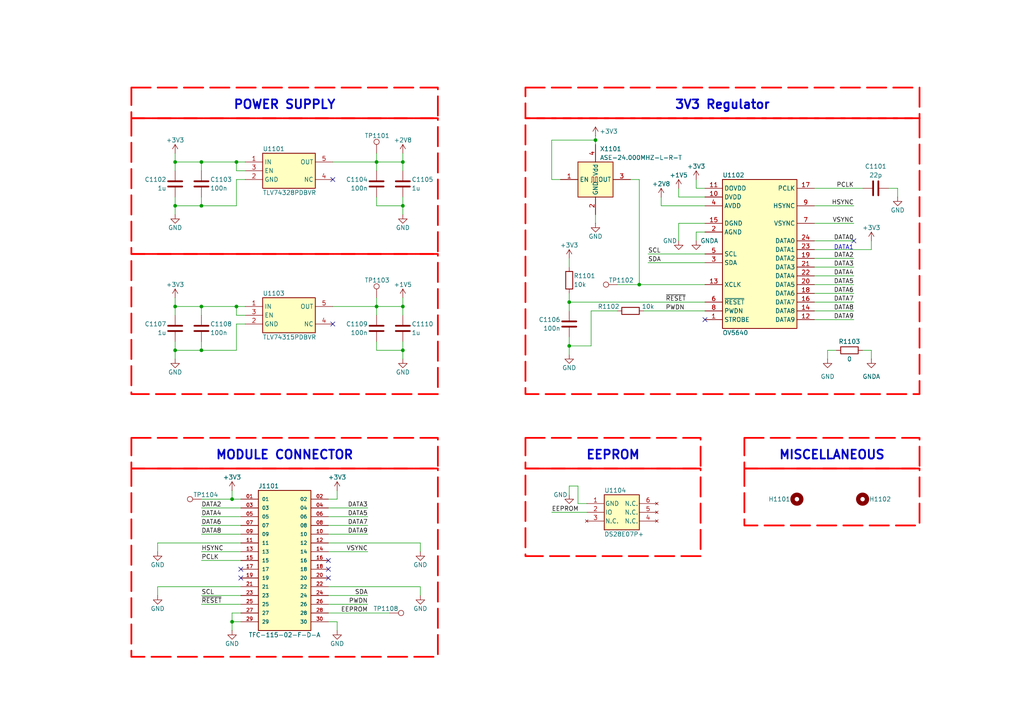
<source format=kicad_sch>
(kicad_sch (version 20231120) (generator "eeschema") (generator_version "8.0")
  (paper "A4")
  (title_block (title "Camera Module") (date "2024-04-09") (company "MQuero"))
  (lib_symbols
    (symbol "Connector:TestPoint" (pin_numbers hide) (pin_names (offset 0.762) hide)
      (property "Reference" "TP" (at 0 6.858 0))
      (property "Value" "TestPoint" (at 0 5.08 0))
      (symbol "TestPoint_0_1"
        (circle (center 0 3.302) (radius 0.762))
      )
      (symbol "TestPoint_1_1"
        (pin passive line (at 0 0 90) (length 2.54) (name "1") (number "1"))
      )
    )
    (symbol "Device:C" (pin_numbers hide) (pin_names (offset 0.254))
      (property "Reference" "C" (at 0.635 2.54 0))
      (property "Value" "C" (at 0.635 -2.54 0))
      (symbol "C_0_1"
        (polyline (pts (xy -2.032 -0.762) (xy 2.032 -0.762)) (stroke (width 0.508)))
        (polyline (pts (xy -2.032 0.762) (xy 2.032 0.762)) (stroke (width 0.508)))
      )
      (symbol "C_1_1"
        (pin passive line (at 0 3.81 270) (length 2.794) (name "~") (number "1"))
        (pin passive line (at 0 -3.81 90) (length 2.794) (name "~") (number "2"))
      )
    )
    (symbol "Device:R" (pin_numbers hide) (pin_names (offset 0))
      (property "Reference" "R" (at 2.032 0 90))
      (property "Value" "R" (at 0 0 90))
      (symbol "R_0_1"
        (rectangle (start -1.016 -2.54) (end 1.016 2.54) (stroke (width 0.254)))
      )
      (symbol "R_1_1"
        (pin passive line (at 0 3.81 270) (length 1.27) (name "~") (number "1"))
        (pin passive line (at 0 -3.81 90) (length 1.27) (name "~") (number "2"))
      )
    )
    (symbol "Mechanical:MountingHole" (pin_names (offset 1.016)) (exclude_from_sim yes) (in_bom no)
      (property "Reference" "H" (at 0 5.08 0))
      (property "Value" "MountingHole" (at 0 3.175 0))
      (symbol "MountingHole_0_1"
        (circle (center 0 0) (radius 1.27) (stroke (width 1.27)))
      )
    )
    (symbol "TFG:ASE-24.000MHZ-L-R-T"
      (property "Reference" "X" (at 0 1.27 0))
      (property "Value" "ASE-24.000MHZ-L-R-T" (at 6.35 -11.43 0))
      (symbol "ASE-24.000MHZ-L-R-T_0_1"
        (polyline (pts (xy 3.81 -5.842) (xy 4.064 -5.842) (xy 4.064 -4.318) (xy 4.572 -4.318) (xy 4.572 -5.842) (xy 5.08 -5.842) (xy 5.08 -4.318) (xy 5.588 -4.318) (xy 5.588 -5.842) (xy 5.842 -5.842)))
        (rectangle (start 0 0) (end 10.16 -10.16) (stroke (width 0.254)) (fill (type background)))
      )
      (symbol "ASE-24.000MHZ-L-R-T_1_1"
        (pin unspecified line (at -5.08 -5.08 0) (length 5.08) (name "EN") (number "1"))
        (pin unspecified line (at 5.08 -15.24 90) (length 5.08) (name "GND") (number "2"))
        (pin unspecified line (at 15.24 -5.08 180) (length 5.08) (name "OUT") (number "3"))
        (pin unspecified line (at 5.08 5.08 270) (length 5.08) (name "Vdd") (number "4"))
      )
    )
    (symbol "TFG:DS28E07P+" (pin_names (offset 0.254))
      (property "Reference" "U" (at 0 1.27 0))
      (property "Value" "DS28E07P+" (at 0 -11.43 0))
      (symbol "DS28E07P+_0_1"
        (rectangle (start 0 0) (end 10.16 -10.16) (stroke (width 0.254)) (fill (type background)))
      )
      (symbol "DS28E07P+_1_1"
        (pin unspecified line (at -5.08 -2.54 0) (length 5.08) (name "GND") (number "1"))
        (pin unspecified line (at -5.08 -5.08 0) (length 5.08) (name "IO") (number "2"))
        (pin no_connect line (at -5.08 -7.62 0) (length 5.08) (name "N.C.") (number "3"))
        (pin no_connect line (at 15.24 -7.62 180) (length 5.08) (name "N.C.") (number "4"))
        (pin no_connect line (at 15.24 -5.08 180) (length 5.08) (name "N.C.") (number "5"))
        (pin no_connect line (at 15.24 -2.54 180) (length 5.08) (name "N.C.") (number "6"))
      )
    )
    (symbol "TFG:OV5640"
      (property "Reference" "U" (at 0 1.27 0))
      (property "Value" "OV5640" (at 0 -44.45 0))
      (symbol "OV5640_1_1"
        (rectangle (start 0 0) (end 21.59 -43.18) (stroke (width 0.254)) (fill (type background)))
        (pin unspecified line (at -5.08 -40.64 0) (length 5.08) (name "STROBE") (number "1"))
        (pin unspecified line (at -5.08 -5.08 0) (length 5.08) (name "DVDD") (number "10"))
        (pin unspecified line (at -5.08 -2.54 0) (length 5.08) (name "DOVDD") (number "11"))
        (pin unspecified line (at 26.67 -40.64 180) (length 5.08) (name "DATA9") (number "12"))
        (pin unspecified line (at -5.08 -30.48 0) (length 5.08) (name "XCLK") (number "13"))
        (pin unspecified line (at 26.67 -38.1 180) (length 5.08) (name "DATA8") (number "14"))
        (pin unspecified line (at -5.08 -12.7 0) (length 5.08) (name "DGND") (number "15"))
        (pin unspecified line (at 26.67 -35.56 180) (length 5.08) (name "DATA7") (number "16"))
        (pin unspecified line (at 26.67 -2.54 180) (length 5.08) (name "PCLK") (number "17"))
        (pin unspecified line (at 26.67 -33.02 180) (length 5.08) (name "DATA6") (number "18"))
        (pin unspecified line (at 26.67 -22.86 180) (length 5.08) (name "DATA2") (number "19"))
        (pin unspecified line (at -5.08 -15.24 0) (length 5.08) (name "AGND") (number "2"))
        (pin unspecified line (at 26.67 -30.48 180) (length 5.08) (name "DATA5") (number "20"))
        (pin unspecified line (at 26.67 -25.4 180) (length 5.08) (name "DATA3") (number "21"))
        (pin unspecified line (at 26.67 -27.94 180) (length 5.08) (name "DATA4") (number "22"))
        (pin unspecified line (at 26.67 -20.32 180) (length 5.08) (name "DATA1") (number "23"))
        (pin unspecified line (at 26.67 -17.78 180) (length 5.08) (name "DATA0") (number "24"))
        (pin unspecified line (at -5.08 -24.13 0) (length 5.08) (name "SDA") (number "3"))
        (pin unspecified line (at -5.08 -7.62 0) (length 5.08) (name "AVDD") (number "4"))
        (pin unspecified line (at -5.08 -21.59 0) (length 5.08) (name "SCL") (number "5"))
        (pin unspecified line (at -5.08 -35.56 0) (length 5.08) (name "~{RESET}") (number "6"))
        (pin unspecified line (at 26.67 -12.7 180) (length 5.08) (name "VSYNC") (number "7"))
        (pin unspecified line (at -5.08 -38.1 0) (length 5.08) (name "PWDN") (number "8"))
        (pin unspecified line (at 26.67 -7.62 180) (length 5.08) (name "HSYNC") (number "9"))
      )
    )
    (symbol "TFG:TFC-115-02-F-D-A" (pin_names (offset 1.016))
      (property "Reference" "J" (at 0 1.27 0))
      (property "Value" "TFC-115-02-F-D-A" (at 0 -41.91 0))
      (symbol "TFC-115-02-F-D-A_0_0"
        (rectangle (start 0 0) (end 15.24 -40.64) (stroke (width 0.254)) (fill (type background)))
        (pin unspecified line (at -5.08 -2.54 0) (length 5.08) (name "01") (number "01"))
        (pin unspecified line (at 20.32 -2.54 180) (length 5.08) (name "02") (number "02"))
        (pin unspecified line (at -5.08 -5.08 0) (length 5.08) (name "03") (number "03"))
        (pin unspecified line (at 20.32 -5.08 180) (length 5.08) (name "04") (number "04"))
        (pin unspecified line (at -5.08 -7.62 0) (length 5.08) (name "05") (number "05"))
        (pin unspecified line (at 20.32 -7.62 180) (length 5.08) (name "06") (number "06"))
        (pin unspecified line (at -5.08 -10.16 0) (length 5.08) (name "07") (number "07"))
        (pin unspecified line (at 20.32 -10.16 180) (length 5.08) (name "08") (number "08"))
        (pin unspecified line (at -5.08 -12.7 0) (length 5.08) (name "09") (number "09"))
        (pin unspecified line (at 20.32 -12.7 180) (length 5.08) (name "10") (number "10"))
        (pin unspecified line (at -5.08 -15.24 0) (length 5.08) (name "11") (number "11"))
        (pin unspecified line (at 20.32 -15.24 180) (length 5.08) (name "12") (number "12"))
        (pin unspecified line (at -5.08 -17.78 0) (length 5.08) (name "13") (number "13"))
        (pin unspecified line (at 20.32 -17.78 180) (length 5.08) (name "14") (number "14"))
        (pin unspecified line (at -5.08 -20.32 0) (length 5.08) (name "15") (number "15"))
        (pin unspecified line (at 20.32 -20.32 180) (length 5.08) (name "16") (number "16"))
        (pin unspecified line (at -5.08 -22.86 0) (length 5.08) (name "17") (number "17"))
        (pin unspecified line (at 20.32 -22.86 180) (length 5.08) (name "18") (number "18"))
        (pin unspecified line (at -5.08 -25.4 0) (length 5.08) (name "19") (number "19"))
        (pin unspecified line (at 20.32 -25.4 180) (length 5.08) (name "20") (number "20"))
        (pin unspecified line (at -5.08 -27.94 0) (length 5.08) (name "21") (number "21"))
        (pin unspecified line (at 20.32 -27.94 180) (length 5.08) (name "22") (number "22"))
        (pin unspecified line (at -5.08 -30.48 0) (length 5.08) (name "23") (number "23"))
        (pin unspecified line (at 20.32 -30.48 180) (length 5.08) (name "24") (number "24"))
        (pin unspecified line (at -5.08 -33.02 0) (length 5.08) (name "25") (number "25"))
        (pin unspecified line (at 20.32 -33.02 180) (length 5.08) (name "26") (number "26"))
        (pin unspecified line (at -5.08 -35.56 0) (length 5.08) (name "27") (number "27"))
        (pin unspecified line (at 20.32 -35.56 180) (length 5.08) (name "28") (number "28"))
        (pin unspecified line (at -5.08 -38.1 0) (length 5.08) (name "29") (number "29"))
        (pin unspecified line (at 20.32 -38.1 180) (length 5.08) (name "30") (number "30"))
      )
    )
    (symbol "TFG:TLV74315PDBVR"
      (property "Reference" "U" (at 0 1.27 0))
      (property "Value" "TLV74315PDBVR" (at 0 -11.43 0))
      (symbol "TLV74315PDBVR_1_1"
        (rectangle (start 0 0) (end 15.24 -10.16) (stroke (width 0.254)) (fill (type background)))
        (pin unspecified line (at -5.08 -2.54 0) (length 5.08) (name "IN") (number "1"))
        (pin unspecified line (at -5.08 -7.62 0) (length 5.08) (name "GND") (number "2"))
        (pin unspecified line (at -5.08 -5.08 0) (length 5.08) (name "EN") (number "3"))
        (pin unspecified line (at 20.32 -7.62 180) (length 5.08) (name "NC") (number "4"))
        (pin unspecified line (at 20.32 -2.54 180) (length 5.08) (name "OUT") (number "5"))
      )
    )
    (symbol "TFG:TLV74328PDBVR"
      (property "Reference" "U" (at 0 1.27 0))
      (property "Value" "TLV74328PDBVR" (at 0 -11.43 0))
      (symbol "TLV74328PDBVR_1_1"
        (rectangle (start 0 0) (end 15.24 -10.16) (stroke (width 0.254)) (fill (type background)))
        (pin unspecified line (at -5.08 -2.54 0) (length 5.08) (name "IN") (number "1"))
        (pin unspecified line (at -5.08 -7.62 0) (length 5.08) (name "GND") (number "2"))
        (pin unspecified line (at -5.08 -5.08 0) (length 5.08) (name "EN") (number "3"))
        (pin unspecified line (at 20.32 -7.62 180) (length 5.08) (name "NC") (number "4"))
        (pin unspecified line (at 20.32 -2.54 180) (length 5.08) (name "OUT") (number "5"))
      )
    )
    (symbol "power:+1V5" (power) (pin_numbers hide) (pin_names (offset 0) hide)
      (property "Value" "+1V5" (at 0 3.556 0))
      (symbol "+1V5_0_1"
        (polyline (pts (xy -0.762 1.27) (xy 0 2.54)))
        (polyline (pts (xy 0 0) (xy 0 2.54)))
        (polyline (pts (xy 0 2.54) (xy 0.762 1.27)))
      )
      (symbol "+1V5_1_1"
        (pin power_in line (at 0 0 90) (length 0) (name "~") (number "1"))
      )
    )
    (symbol "power:+2V8" (power) (pin_numbers hide) (pin_names (offset 0) hide)
      (property "Value" "+2V8" (at 0 3.556 0))
      (symbol "+2V8_0_1"
        (polyline (pts (xy -0.762 1.27) (xy 0 2.54)))
        (polyline (pts (xy 0 0) (xy 0 2.54)))
        (polyline (pts (xy 0 2.54) (xy 0.762 1.27)))
      )
      (symbol "+2V8_1_1"
        (pin power_in line (at 0 0 90) (length 0) (name "~") (number "1"))
      )
    )
    (symbol "power:+3V3" (power) (pin_numbers hide) (pin_names (offset 0) hide)
      (property "Value" "+3V3" (at 0 3.556 0))
      (symbol "+3V3_0_1"
        (polyline (pts (xy -0.762 1.27) (xy 0 2.54)))
        (polyline (pts (xy 0 0) (xy 0 2.54)))
        (polyline (pts (xy 0 2.54) (xy 0.762 1.27)))
      )
      (symbol "+3V3_1_1"
        (pin power_in line (at 0 0 90) (length 0) (name "~") (number "1"))
      )
    )
    (symbol "power:GND" (power) (pin_numbers hide) (pin_names (offset 0) hide)
      (property "Value" "GND" (at 0 -3.81 0))
      (symbol "GND_0_1"
        (polyline (pts (xy 0 0) (xy 0 -1.27) (xy 1.27 -1.27) (xy 0 -2.54) (xy -1.27 -1.27) (xy 0 -1.27)))
      )
      (symbol "GND_1_1"
        (pin power_in line (at 0 0 270) (length 0) (name "~") (number "1"))
      )
    )
    (symbol "power:GNDA" (power) (pin_numbers hide) (pin_names (offset 0) hide)
      (property "Value" "GNDA" (at 0 -3.81 0))
      (symbol "GNDA_0_1"
        (polyline (pts (xy 0 0) (xy 0 -1.27) (xy 1.27 -1.27) (xy 0 -2.54) (xy -1.27 -1.27) (xy 0 -1.27)))
      )
      (symbol "GNDA_1_1"
        (pin power_in line (at 0 0 270) (length 0) (name "~") (number "1"))
      )
    )
  )
  (junction (at 116.84 59.69))
  (junction (at 116.84 101.6))
  (junction (at 50.8 101.6))
  (junction (at 185.42 82.55))
  (junction (at 109.22 46.99))
  (junction (at 67.31 180.34))
  (junction (at 58.42 101.6))
  (junction (at 165.1 87.63))
  (junction (at 165.1 100.33))
  (junction (at 68.58 46.99))
  (junction (at 50.8 88.9))
  (junction (at 58.42 46.99))
  (junction (at 50.8 59.69))
  (junction (at 116.84 46.99))
  (junction (at 67.31 144.78))
  (junction (at 58.42 59.69))
  (junction (at 50.8 46.99))
  (junction (at 116.84 88.9))
  (junction (at 58.42 88.9))
  (junction (at 68.58 88.9))
  (junction (at 109.22 88.9))
  (junction (at 172.72 40.64))
  (no_connect (at 95.25 167.64))
  (no_connect (at 247.65 69.85))
  (no_connect (at 95.25 162.56))
  (no_connect (at 96.52 52.07))
  (no_connect (at 204.47 92.71))
  (no_connect (at 69.85 167.64))
  (no_connect (at 96.52 93.98))
  (no_connect (at 95.25 165.1))
  (no_connect (at 69.85 165.1))
  (wire (pts (xy 165.1 100.33) (xy 171.45 100.33)))
  (wire (pts (xy 167.64 140.97) (xy 165.1 140.97)))
  (wire (pts (xy 71.12 52.07) (xy 68.58 52.07)))
  (wire (pts (xy 116.84 88.9) (xy 109.22 88.9)))
  (wire (pts (xy 50.8 46.99) (xy 50.8 49.53)))
  (wire (pts (xy 236.22 59.69) (xy 247.65 59.69)))
  (wire (pts (xy 160.02 40.64) (xy 160.02 52.07)))
  (wire (pts (xy 204.47 57.15) (xy 196.85 57.15)))
  (wire (pts (xy 204.47 64.77) (xy 196.85 64.77)))
  (wire (pts (xy 58.42 144.78) (xy 67.31 144.78)))
  (wire (pts (xy 67.31 180.34) (xy 69.85 180.34)))
  (wire (pts (xy 58.42 46.99) (xy 58.42 49.53)))
  (wire (pts (xy 116.84 99.06) (xy 116.84 101.6)))
  (wire (pts (xy 201.93 52.07) (xy 201.93 54.61)))
  (wire (pts (xy 50.8 101.6) (xy 50.8 104.14)))
  (wire (pts (xy 95.25 177.8) (xy 113.03 177.8)))
  (wire (pts (xy 97.79 180.34) (xy 95.25 180.34)))
  (wire (pts (xy 116.84 44.45) (xy 116.84 46.99)))
  (wire (pts (xy 68.58 46.99) (xy 68.58 49.53)))
  (wire (pts (xy 121.92 170.18) (xy 121.92 172.72)))
  (wire (pts (xy 50.8 46.99) (xy 58.42 46.99)))
  (wire (pts (xy 95.25 147.32) (xy 106.68 147.32)))
  (wire (pts (xy 58.42 175.26) (xy 69.85 175.26)))
  (wire (pts (xy 165.1 87.63) (xy 204.47 87.63)))
  (wire (pts (xy 260.35 54.61) (xy 260.35 57.15)))
  (wire (pts (xy 109.22 101.6) (xy 116.84 101.6)))
  (wire (pts (xy 95.25 152.4) (xy 106.68 152.4)))
  (wire (pts (xy 68.58 59.69) (xy 58.42 59.69)))
  (wire (pts (xy 196.85 64.77) (xy 196.85 69.85)))
  (wire (pts (xy 58.42 99.06) (xy 58.42 101.6)))
  (wire (pts (xy 236.22 69.85) (xy 247.65 69.85)))
  (wire (pts (xy 160.02 40.64) (xy 172.72 40.64)))
  (wire (pts (xy 69.85 170.18) (xy 45.72 170.18)))
  (wire (pts (xy 236.22 77.47) (xy 247.65 77.47)))
  (wire (pts (xy 116.84 57.15) (xy 116.84 59.69)))
  (wire (pts (xy 204.47 67.31) (xy 201.93 67.31)))
  (wire (pts (xy 196.85 57.15) (xy 196.85 54.61)))
  (wire (pts (xy 96.52 88.9) (xy 109.22 88.9)))
  (wire (pts (xy 191.77 57.15) (xy 191.77 59.69)))
  (wire (pts (xy 185.42 52.07) (xy 185.42 82.55)))
  (wire (pts (xy 58.42 147.32) (xy 69.85 147.32)))
  (wire (pts (xy 186.69 90.17) (xy 204.47 90.17)))
  (wire (pts (xy 252.73 101.6) (xy 252.73 104.14)))
  (wire (pts (xy 109.22 88.9) (xy 109.22 91.44)))
  (wire (pts (xy 67.31 180.34) (xy 67.31 182.88)))
  (wire (pts (xy 95.25 175.26) (xy 106.68 175.26)))
  (wire (pts (xy 236.22 74.93) (xy 247.65 74.93)))
  (wire (pts (xy 58.42 152.4) (xy 69.85 152.4)))
  (wire (pts (xy 50.8 88.9) (xy 50.8 91.44)))
  (wire (pts (xy 109.22 86.36) (xy 109.22 88.9)))
  (wire (pts (xy 68.58 52.07) (xy 68.58 59.69)))
  (wire (pts (xy 242.57 101.6) (xy 240.03 101.6)))
  (wire (pts (xy 58.42 101.6) (xy 50.8 101.6)))
  (wire (pts (xy 97.79 144.78) (xy 95.25 144.78)))
  (wire (pts (xy 58.42 88.9) (xy 68.58 88.9)))
  (wire (pts (xy 172.72 64.77) (xy 172.72 62.23)))
  (wire (pts (xy 236.22 87.63) (xy 247.65 87.63)))
  (wire (pts (xy 165.1 97.79) (xy 165.1 100.33)))
  (wire (pts (xy 68.58 46.99) (xy 71.12 46.99)))
  (wire (pts (xy 71.12 91.44) (xy 68.58 91.44)))
  (wire (pts (xy 252.73 72.39) (xy 236.22 72.39)))
  (wire (pts (xy 165.1 74.93) (xy 165.1 77.47)))
  (wire (pts (xy 67.31 180.34) (xy 67.31 177.8)))
  (wire (pts (xy 50.8 44.45) (xy 50.8 46.99)))
  (wire (pts (xy 191.77 59.69) (xy 204.47 59.69)))
  (wire (pts (xy 236.22 90.17) (xy 247.65 90.17)))
  (wire (pts (xy 240.03 101.6) (xy 240.03 104.14)))
  (wire (pts (xy 58.42 46.99) (xy 68.58 46.99)))
  (wire (pts (xy 187.96 76.2) (xy 204.47 76.2)))
  (wire (pts (xy 185.42 82.55) (xy 204.47 82.55)))
  (wire (pts (xy 45.72 157.48) (xy 45.72 160.02)))
  (wire (pts (xy 58.42 88.9) (xy 58.42 91.44)))
  (wire (pts (xy 71.12 93.98) (xy 68.58 93.98)))
  (wire (pts (xy 171.45 100.33) (xy 171.45 90.17)))
  (wire (pts (xy 58.42 149.86) (xy 69.85 149.86)))
  (wire (pts (xy 116.84 46.99) (xy 116.84 49.53)))
  (wire (pts (xy 170.18 146.05) (xy 167.64 146.05)))
  (wire (pts (xy 165.1 100.33) (xy 165.1 102.87)))
  (wire (pts (xy 50.8 57.15) (xy 50.8 59.69)))
  (wire (pts (xy 45.72 170.18) (xy 45.72 172.72)))
  (wire (pts (xy 201.93 67.31) (xy 201.93 69.85)))
  (wire (pts (xy 96.52 46.99) (xy 109.22 46.99)))
  (wire (pts (xy 171.45 90.17) (xy 179.07 90.17)))
  (wire (pts (xy 95.25 157.48) (xy 121.92 157.48)))
  (wire (pts (xy 160.02 148.59) (xy 170.18 148.59)))
  (wire (pts (xy 252.73 69.85) (xy 252.73 72.39)))
  (wire (pts (xy 50.8 86.36) (xy 50.8 88.9)))
  (wire (pts (xy 67.31 142.24) (xy 67.31 144.78)))
  (wire (pts (xy 58.42 162.56) (xy 69.85 162.56)))
  (wire (pts (xy 257.81 54.61) (xy 260.35 54.61)))
  (wire (pts (xy 97.79 180.34) (xy 97.79 182.88)))
  (wire (pts (xy 109.22 46.99) (xy 109.22 49.53)))
  (wire (pts (xy 162.56 52.07) (xy 160.02 52.07)))
  (wire (pts (xy 179.07 82.55) (xy 185.42 82.55)))
  (wire (pts (xy 69.85 157.48) (xy 45.72 157.48)))
  (wire (pts (xy 109.22 99.06) (xy 109.22 101.6)))
  (wire (pts (xy 167.64 146.05) (xy 167.64 140.97)))
  (wire (pts (xy 236.22 82.55) (xy 247.65 82.55)))
  (wire (pts (xy 68.58 101.6) (xy 58.42 101.6)))
  (wire (pts (xy 236.22 54.61) (xy 250.19 54.61)))
  (wire (pts (xy 250.19 101.6) (xy 252.73 101.6)))
  (wire (pts (xy 71.12 49.53) (xy 68.58 49.53)))
  (wire (pts (xy 67.31 177.8) (xy 69.85 177.8)))
  (wire (pts (xy 95.25 154.94) (xy 106.68 154.94)))
  (wire (pts (xy 165.1 140.97) (xy 165.1 143.51)))
  (wire (pts (xy 236.22 80.01) (xy 247.65 80.01)))
  (wire (pts (xy 165.1 87.63) (xy 165.1 90.17)))
  (wire (pts (xy 58.42 154.94) (xy 69.85 154.94)))
  (wire (pts (xy 50.8 59.69) (xy 50.8 62.23)))
  (wire (pts (xy 109.22 59.69) (xy 116.84 59.69)))
  (wire (pts (xy 116.84 88.9) (xy 116.84 91.44)))
  (wire (pts (xy 165.1 85.09) (xy 165.1 87.63)))
  (wire (pts (xy 95.25 149.86) (xy 106.68 149.86)))
  (wire (pts (xy 68.58 88.9) (xy 68.58 91.44)))
  (wire (pts (xy 236.22 64.77) (xy 247.65 64.77)))
  (wire (pts (xy 95.25 160.02) (xy 106.68 160.02)))
  (wire (pts (xy 121.92 157.48) (xy 121.92 160.02)))
  (wire (pts (xy 68.58 88.9) (xy 71.12 88.9)))
  (wire (pts (xy 67.31 144.78) (xy 69.85 144.78)))
  (wire (pts (xy 236.22 85.09) (xy 247.65 85.09)))
  (wire (pts (xy 68.58 93.98) (xy 68.58 101.6)))
  (wire (pts (xy 116.84 86.36) (xy 116.84 88.9)))
  (wire (pts (xy 236.22 92.71) (xy 247.65 92.71)))
  (wire (pts (xy 95.25 170.18) (xy 121.92 170.18)))
  (wire (pts (xy 58.42 57.15) (xy 58.42 59.69)))
  (wire (pts (xy 187.96 73.66) (xy 204.47 73.66)))
  (wire (pts (xy 95.25 172.72) (xy 106.68 172.72)))
  (wire (pts (xy 172.72 39.37) (xy 172.72 40.64)))
  (wire (pts (xy 97.79 142.24) (xy 97.79 144.78)))
  (wire (pts (xy 58.42 172.72) (xy 69.85 172.72)))
  (wire (pts (xy 109.22 44.45) (xy 109.22 46.99)))
  (wire (pts (xy 116.84 59.69) (xy 116.84 62.23)))
  (wire (pts (xy 58.42 59.69) (xy 50.8 59.69)))
  (wire (pts (xy 109.22 57.15) (xy 109.22 59.69)))
  (wire (pts (xy 116.84 46.99) (xy 109.22 46.99)))
  (wire (pts (xy 50.8 88.9) (xy 58.42 88.9)))
  (wire (pts (xy 172.72 40.64) (xy 172.72 41.91)))
  (wire (pts (xy 50.8 99.06) (xy 50.8 101.6)))
  (wire (pts (xy 185.42 52.07) (xy 182.88 52.07)))
  (wire (pts (xy 201.93 54.61) (xy 204.47 54.61)))
  (wire (pts (xy 58.42 160.02) (xy 69.85 160.02)))
  (wire (pts (xy 116.84 101.6) (xy 116.84 104.14)))
  (rectangle (start 215.9 127) (end 266.7 135.89) (stroke (width 0.508) (type dash) (color 255 0 0 1)))
  (rectangle (start 215.9 135.89) (end 266.7 152.4) (stroke (width 0.508) (type dash) (color 255 0 0 1)))
  (rectangle (start 38.1 73.66) (end 127 114.3) (stroke (width 0.508) (type dash) (color 255 0 0 1)))
  (rectangle (start 38.1 34.29) (end 127 73.66) (stroke (width 0.508) (type dash) (color 255 0 0 1)))
  (rectangle (start 38.1 135.89) (end 127 190.5) (stroke (width 0.508) (type dash) (color 255 0 0 1)))
  (rectangle (start 152.4 127) (end 203.2 135.89) (stroke (width 0.508) (type dash) (color 255 0 0 1)))
  (rectangle (start 152.4 135.89) (end 203.2 161.29) (stroke (width 0.508) (type dash) (color 255 0 0 1)))
  (rectangle (start 152.4 34.29) (end 266.7 114.3) (stroke (width 0.508) (type dash) (color 255 0 0 1)))
  (rectangle (start 38.1 127) (end 127 135.89) (stroke (width 0.508) (type dash) (color 255 0 0 1)))
  (rectangle (start 38.1 25.4) (end 127 34.29) (stroke (width 0.508) (type dash) (color 255 0 0 1)))
  (rectangle (start 152.4 25.4) (end 266.7 34.29) (stroke (width 0.508) (type dash) (color 255 0 0 1)))
  (text "MISCELLANEOUS" (at 241.3 132.08 0) (effects (font (size 2.54 2.54) (thickness 0.508) (bold yes))))
  (text "EEPROM" (at 177.8 132.08 0) (effects (font (size 2.54 2.54) (thickness 0.508) (bold yes))))
  (text "POWER SUPPLY" (at 82.55 30.48 0) (effects (font (size 2.54 2.54) (thickness 0.508) (bold yes))))
  (text "MODULE CONNECTOR" (at 82.55 132.08 0) (effects (font (size 2.54 2.54) (thickness 0.508) (bold yes))))
  (text "DATA1" (at 247.65 71.12 0) (effects (font (size 1.27 1.27)) (justify right top)))
  (text "3V3 Regulator" (at 209.55 30.48 0) (effects (font (size 2.54 2.54) (thickness 0.508) (bold yes))))
  (label "DATA2" (at 58.42 147.32 0))
  (label "DATA0" (at 247.65 69.85 180))
  (label "DATA9" (at 247.65 92.71 180))
  (label "DATA4" (at 247.65 80.01 180))
  (label "PWDN" (at 106.68 175.26 180))
  (label "VSYNC" (at 247.65 64.77 180))
  (label "SDA" (at 106.68 172.72 180))
  (label "EEPROM" (at 160.02 148.59 0))
  (label "PWDN" (at 193.04 90.17 0))
  (label "SDA" (at 187.96 76.2 0))
  (label "PCLK" (at 58.42 162.56 0))
  (label "DATA3" (at 106.68 147.32 180))
  (label "DATA7" (at 106.68 152.4 180))
  (label "~{RESET}" (at 193.04 87.63 0))
  (label "DATA5" (at 247.65 82.55 180))
  (label "DATA5" (at 106.68 149.86 180))
  (label "~{RESET}" (at 58.42 175.26 0))
  (label "DATA4" (at 58.42 149.86 0))
  (label "PCLK" (at 247.65 54.61 180))
  (label "DATA8" (at 58.42 154.94 0))
  (label "DATA6" (at 247.65 85.09 180))
  (label "EEPROM" (at 106.68 177.8 180))
  (label "DATA3" (at 247.65 77.47 180))
  (label "DATA9" (at 106.68 154.94 180))
  (label "DATA2" (at 247.65 74.93 180))
  (label "DATA6" (at 58.42 152.4 0))
  (label "DATA8" (at 247.65 90.17 180))
  (label "HSYNC" (at 58.42 160.02 0))
  (label "HSYNC" (at 247.65 59.69 180))
  (label "DATA7" (at 247.65 87.63 180))
  (label "VSYNC" (at 106.68 160.02 180))
  (label "SCL" (at 187.96 73.66 0))
  (label "SCL" (at 58.42 172.72 0))
  (symbol (lib_id "power:GNDA") (at 201.93 69.85 0) (unit 1)
    (property "Reference" "#PWR01112" (effects (hide yes)))
    (property "Value" "GNDA" (at 205.74 69.85 0))
    (property "Description" "Power symbol creates a global label with name \"GNDA\" , analog ground" (effects (hide yes)))
  )
  (symbol (lib_id "power:+2V8") (at 191.77 57.15 0) (unit 1)
    (property "Reference" "#PWR01106" (effects (hide yes)))
    (property "Value" "+2V8" (at 191.77 53.34 0))
    (property "Description" "Power symbol creates a global label with name \"+2V8\"" (effects (hide yes)))
  )
  (symbol (lib_id "power:GND") (at 45.72 160.02 0) (unit 1)
    (property "Reference" "#PWR01125" (effects (hide yes)))
    (property "Value" "GND" (at 45.72 163.83 0))
    (property "Description" "Power symbol creates a global label with name \"GND\" , ground" (effects (hide yes)))
  )
  (symbol (lib_id "power:GND") (at 116.84 104.14 0) (mirror y) (unit 1)
    (property "Reference" "#PWR01119" (effects (hide yes)))
    (property "Value" "GND" (at 116.84 107.95 0))
    (property "Description" "Power symbol creates a global label with name \"GND\" , ground" (effects (hide yes)))
  )
  (symbol (lib_id "power:+3V3") (at 252.73 69.85 0) (mirror y) (unit 1)
    (property "Reference" "#PWR01113" (effects (hide yes)))
    (property "Value" "+3V3" (at 252.73 66.04 0))
    (property "Description" "Power symbol creates a global label with name \"+3V3\"" (effects (hide yes)))
  )
  (symbol (lib_id "power:GND") (at 50.8 62.23 0) (unit 1)
    (property "Reference" "#PWR01109" (effects (hide yes)))
    (property "Value" "GND" (at 50.8 66.04 0))
    (property "Description" "Power symbol creates a global label with name \"GND\" , ground" (effects (hide yes)))
  )
  (symbol (lib_id "Connector:TestPoint") (at 58.42 144.78 90) (unit 1)
    (property "Reference" "TP1104" (at 59.69 143.51 90))
    (property "Value" "TestPoint" (effects (hide yes)))
    (property "Footprint" "TestPoint:TestPoint_Pad_D1.0mm" (effects (hide yes)))
    (property "Description" "test point" (effects (hide yes)))
  )
  (symbol (lib_id "power:GND") (at 116.84 62.23 0) (mirror y) (unit 1)
    (property "Reference" "#PWR01110" (effects (hide yes)))
    (property "Value" "GND" (at 116.84 66.04 0))
    (property "Description" "Power symbol creates a global label with name \"GND\" , ground" (effects (hide yes)))
  )
  (symbol (lib_id "power:+3V3") (at 172.72 39.37 0) (unit 1)
    (property "Reference" "#PWR01101" (effects (hide yes)))
    (property "Value" "+3V3" (at 176.53 38.1 0))
    (property "Description" "Power symbol creates a global label with name \"+3V3\"" (effects (hide yes)))
  )
  (symbol (lib_id "power:+1V5") (at 116.84 86.36 0) (unit 1)
    (property "Reference" "#PWR01116" (effects (hide yes)))
    (property "Value" "+1V5" (at 116.84 82.55 0))
    (property "Description" "Power symbol creates a global label with name \"+1V5\"" (effects (hide yes)))
  )
  (symbol (lib_id "Device:R") (at 246.38 101.6 90) (unit 1)
    (property "Reference" "R1103" (at 246.38 99.06 90))
    (property "Value" "0" (at 246.38 104.14 90))
    (property "Footprint" "Resistor_SMD:R_0402_1005Metric" (effects (hide yes)))
    (property "Description" "Resistor" (effects (hide yes)))
  )
  (symbol (lib_id "Device:C") (at 50.8 53.34 0) (mirror y) (unit 1)
    (property "Reference" "C1102" (at 48.26 52.07 0) (effects (justify left)))
    (property "Value" "1u" (at 48.26 54.6099 0) (effects (justify left)))
    (property "Footprint" "Capacitor_SMD:C_0402_1005Metric" (effects (hide yes)))
    (property "Description" "Unpolarized capacitor" (effects (hide yes)))
  )
  (symbol (lib_id "Connector:TestPoint") (at 109.22 86.36 0) (unit 1)
    (property "Reference" "TP1103" (at 113.03 81.28 0) (effects (justify right)))
    (property "Value" "TestPoint" (effects (hide yes)))
    (property "Footprint" "TestPoint:TestPoint_Pad_D1.0mm" (effects (hide yes)))
    (property "Description" "test point" (effects (hide yes)))
  )
  (symbol (lib_id "power:GND") (at 165.1 102.87 0) (mirror y) (unit 1)
    (property "Reference" "#PWR01117" (effects (hide yes)))
    (property "Value" "GND" (at 165.1 106.68 0))
    (property "Description" "Power symbol creates a global label with name \"GND\" , ground" (effects (hide yes)))
  )
  (symbol (lib_id "power:GND") (at 121.92 160.02 0) (mirror y) (unit 1)
    (property "Reference" "#PWR01126" (effects (hide yes)))
    (property "Value" "GND" (at 121.92 163.83 0))
    (property "Description" "Power symbol creates a global label with name \"GND\" , ground" (effects (hide yes)))
  )
  (symbol (lib_id "power:GND") (at 50.8 104.14 0) (unit 1)
    (property "Reference" "#PWR01118" (effects (hide yes)))
    (property "Value" "GND" (at 50.8 107.95 0))
    (property "Description" "Power symbol creates a global label with name \"GND\" , ground" (effects (hide yes)))
  )
  (symbol (lib_id "power:GND") (at 196.85 69.85 0) (unit 1)
    (property "Reference" "#PWR01111" (effects (hide yes)))
    (property "Value" "GND" (at 194.31 69.85 0))
    (property "Description" "Power symbol creates a global label with name \"GND\" , ground" (effects (hide yes)))
  )
  (symbol (lib_id "power:GND") (at 240.03 104.14 0) (unit 1)
    (property "Reference" "#PWR01120" (effects (hide yes)))
    (property "Value" "GND" (at 240.03 109.22 0))
    (property "Description" "Power symbol creates a global label with name \"GND\" , ground" (effects (hide yes)))
  )
  (symbol (lib_id "power:+2V8") (at 116.84 44.45 0) (unit 1)
    (property "Reference" "#PWR01103" (effects (hide yes)))
    (property "Value" "+2V8" (at 116.84 40.64 0))
    (property "Description" "Power symbol creates a global label with name \"+2V8\"" (effects (hide yes)))
  )
  (symbol (lib_id "power:GND") (at 45.72 172.72 0) (unit 1)
    (property "Reference" "#PWR01127" (effects (hide yes)))
    (property "Value" "GND" (at 45.72 176.53 0))
    (property "Description" "Power symbol creates a global label with name \"GND\" , ground" (effects (hide yes)))
  )
  (symbol (lib_id "power:GND") (at 165.1 143.51 0) (unit 1)
    (property "Reference" "#PWR01122" (effects (hide yes)))
    (property "Value" "GND" (at 162.56 143.51 0))
    (property "Description" "Power symbol creates a global label with name \"GND\" , ground" (effects (hide yes)))
  )
  (symbol (lib_id "power:+3V3") (at 97.79 142.24 0) (mirror y) (unit 1)
    (property "Reference" "#PWR01124" (effects (hide yes)))
    (property "Value" "+3V3" (at 97.79 138.43 0))
    (property "Description" "Power symbol creates a global label with name \"+3V3\"" (effects (hide yes)))
  )
  (symbol (lib_id "TFG:ASE-24.000MHZ-L-R-T") (at 167.64 46.99 0) (unit 1)
    (property "Reference" "X1101" (at 173.99 43.18 0) (effects (justify left)))
    (property "Value" "ASE-24.000MHZ-L-R-T" (at 173.99 45.72 0) (effects (justify left)))
    (property "Footprint" "TFG:ASE24576MHZLCT" (effects (hide yes)))
    (property "Datasheet" "https://abracon.com/Oscillators/ASEseries.pdf" (effects (hide yes)))
    (property "Description" "XTAL OSC XO 24.0000MHZ CMOS SMD" (effects (hide yes)))
    (property "MQ PN" "TFGX002 " (effects (hide yes)))
  )
  (symbol (lib_id "Mechanical:MountingHole") (at 250.19 144.78 0) (mirror y) (unit 1) (exclude_from_sim yes) (in_bom no)
    (property "Reference" "H1102" (at 255.27 144.78 0))
    (property "Value" "MountingHole" (effects (hide yes)))
    (property "Footprint" "MountingHole:MountingHole_2.2mm_M2" (effects (hide yes)))
    (property "Description" "Mounting Hole without connection" (effects (hide yes)))
  )
  (symbol (lib_id "Device:C") (at 116.84 95.25 0) (unit 1)
    (property "Reference" "C1110" (at 119.38 93.98 0) (effects (justify left)))
    (property "Value" "1u" (at 119.38 96.52 0) (effects (justify left)))
    (property "Footprint" "Capacitor_SMD:C_0402_1005Metric" (effects (hide yes)))
    (property "Description" "Unpolarized capacitor" (effects (hide yes)))
  )
  (symbol (lib_id "Device:R") (at 182.88 90.17 90) (mirror x) (unit 1)
    (property "Reference" "R1102" (at 176.53 88.9 90))
    (property "Value" "10k" (at 187.96 88.9 90))
    (property "Footprint" "Resistor_SMD:R_0402_1005Metric" (effects (hide yes)))
    (property "Description" "Resistor" (effects (hide yes)))
  )
  (symbol (lib_id "Connector:TestPoint") (at 109.22 44.45 0) (unit 1)
    (property "Reference" "TP1101" (at 113.03 39.37 0) (effects (justify right)))
    (property "Value" "TestPoint" (effects (hide yes)))
    (property "Footprint" "TestPoint:TestPoint_Pad_D1.0mm" (effects (hide yes)))
    (property "Description" "test point" (effects (hide yes)))
  )
  (symbol (lib_id "power:+3V3") (at 165.1 74.93 0) (unit 1)
    (property "Reference" "#PWR01114" (effects (hide yes)))
    (property "Value" "+3V3" (at 165.1 71.12 0))
    (property "Description" "Power symbol creates a global label with name \"+3V3\"" (effects (hide yes)))
  )
  (symbol (lib_id "Device:C") (at 58.42 95.25 0) (unit 1)
    (property "Reference" "C1108" (at 60.96 93.98 0) (effects (justify left)))
    (property "Value" "100n" (at 60.96 96.52 0) (effects (justify left)))
    (property "Footprint" "Capacitor_SMD:C_0402_1005Metric" (effects (hide yes)))
    (property "Description" "Unpolarized capacitor" (effects (hide yes)))
  )
  (symbol (lib_id "power:+1V5") (at 196.85 54.61 0) (unit 1)
    (property "Reference" "#PWR01105" (effects (hide yes)))
    (property "Value" "+1V5" (at 196.85 50.8 0))
    (property "Description" "Power symbol creates a global label with name \"+1V5\"" (effects (hide yes)))
  )
  (symbol (lib_id "TFG:TFC-115-02-F-D-A") (at 74.93 142.24 0) (unit 1)
    (property "Reference" "J1101" (at 74.93 140.97 0) (effects (justify left)))
    (property "Value" "TFC-115-02-F-D-A" (at 82.55 184.15 0))
    (property "Footprint" "TFG:TFC-115-02-F-D-A" (effects (hide yes)))
    (property "Datasheet" "https://suddendocs.samtec.com/catalog_english/tfc.pdf" (effects (hide yes)))
    (property "Description" "CONN HEADER SMD 30POS 1.27MM" (effects (hide yes)))
    (property "MQ PN" "TFGJ005 " (effects (hide yes)))
  )
  (symbol (lib_id "TFG:DS28E07P+") (at 175.26 143.51 0) (unit 1)
    (property "Reference" "U1104" (at 175.26 142.24 0) (effects (justify left)))
    (property "Value" "DS28E07P+" (at 175.26 154.94 0) (effects (justify left)))
    (property "Footprint" "TFG:DS28E07P+" (effects (hide yes)))
    (property "Datasheet" "https://www.analog.com/media/en/technical-documentation/data-sheets/DS28E07.pdf" (effects (hide yes)))
    (property "Description" "IC EEPROM 1KBIT 1-WIRE 6TSOC" (effects (hide yes)))
    (property "MQ PN" "TFGIC003" (effects (hide yes)))
  )
  (symbol (lib_id "Device:C") (at 109.22 53.34 0) (mirror y) (unit 1)
    (property "Reference" "C1104" (at 106.68 52.07 0) (effects (justify left)))
    (property "Value" "100n" (at 106.68 54.61 0) (effects (justify left)))
    (property "Footprint" "Capacitor_SMD:C_0402_1005Metric" (effects (hide yes)))
    (property "Description" "Unpolarized capacitor" (effects (hide yes)))
  )
  (symbol (lib_id "Device:R") (at 165.1 81.28 0) (unit 1)
    (property "Reference" "R1101" (at 166.37 80.01 0) (effects (justify left)))
    (property "Value" "10k" (at 166.37 82.55 0) (effects (justify left)))
    (property "Footprint" "Resistor_SMD:R_0402_1005Metric" (effects (hide yes)))
    (property "Description" "Resistor" (effects (hide yes)))
  )
  (symbol (lib_id "Device:C") (at 58.42 53.34 0) (unit 1)
    (property "Reference" "C1103" (at 60.96 52.07 0) (effects (justify left)))
    (property "Value" "100n" (at 60.96 54.61 0) (effects (justify left)))
    (property "Footprint" "Capacitor_SMD:C_0402_1005Metric" (effects (hide yes)))
    (property "Description" "Unpolarized capacitor" (effects (hide yes)))
  )
  (symbol (lib_id "power:+3V3") (at 67.31 142.24 0) (unit 1)
    (property "Reference" "#PWR01123" (effects (hide yes)))
    (property "Value" "+3V3" (at 67.31 138.43 0))
    (property "Description" "Power symbol creates a global label with name \"+3V3\"" (effects (hide yes)))
  )
  (symbol (lib_id "power:+3V3") (at 50.8 86.36 0) (unit 1)
    (property "Reference" "#PWR01115" (effects (hide yes)))
    (property "Value" "+3V3" (at 50.8 82.55 0))
    (property "Description" "Power symbol creates a global label with name \"+3V3\"" (effects (hide yes)))
  )
  (symbol (lib_id "power:GND") (at 121.92 172.72 0) (mirror y) (unit 1)
    (property "Reference" "#PWR01128" (effects (hide yes)))
    (property "Value" "GND" (at 121.92 176.53 0))
    (property "Description" "Power symbol creates a global label with name \"GND\" , ground" (effects (hide yes)))
  )
  (symbol (lib_id "Device:C") (at 109.22 95.25 0) (mirror y) (unit 1)
    (property "Reference" "C1109" (at 106.68 93.98 0) (effects (justify left)))
    (property "Value" "100n" (at 106.68 96.52 0) (effects (justify left)))
    (property "Footprint" "Capacitor_SMD:C_0402_1005Metric" (effects (hide yes)))
    (property "Description" "Unpolarized capacitor" (effects (hide yes)))
  )
  (symbol (lib_id "power:GND") (at 260.35 57.15 0) (unit 1)
    (property "Reference" "#PWR01107" (effects (hide yes)))
    (property "Value" "GND" (at 260.35 60.96 0))
    (property "Description" "Power symbol creates a global label with name \"GND\" , ground" (effects (hide yes)))
  )
  (symbol (lib_id "power:GND") (at 67.31 182.88 0) (unit 1)
    (property "Reference" "#PWR01129" (effects (hide yes)))
    (property "Value" "GND" (at 67.31 186.69 0))
    (property "Description" "Power symbol creates a global label with name \"GND\" , ground" (effects (hide yes)))
  )
  (symbol (lib_id "TFG:TLV74315PDBVR") (at 76.2 86.36 0) (unit 1)
    (property "Reference" "U1103" (at 76.2 85.09 0) (effects (justify left)))
    (property "Value" "TLV74315PDBVR" (at 76.2 97.79 0) (effects (justify left)))
    (property "Footprint" "TFG:TLV74315PDBVR" (effects (hide yes)))
    (property "Datasheet" "https://www.ti.com/general/docs/suppproductinfo.tsp?distId=10&gotoUrl=https%3A%2F%2Fwww.ti.com%2Flit%2Fgpn%2Ftlv743p" (effects (hide yes)))
    (property "Description" "IC REG LINEAR 1.5V 300MA SOT23-5 " (effects (hide yes)))
    (property "MQ PN" "TFGIC008" (effects (hide yes)))
  )
  (symbol (lib_id "Connector:TestPoint") (at 179.07 82.55 90) (unit 1)
    (property "Reference" "TP1102" (at 176.53 81.28 90) (effects (justify right)))
    (property "Value" "TestPoint" (effects (hide yes)))
    (property "Footprint" "TestPoint:TestPoint_Pad_D1.0mm" (effects (hide yes)))
    (property "Description" "test point" (effects (hide yes)))
  )
  (symbol (lib_id "Device:C") (at 116.84 53.34 0) (unit 1)
    (property "Reference" "C1105" (at 119.38 52.07 0) (effects (justify left)))
    (property "Value" "1u" (at 119.38 54.61 0) (effects (justify left)))
    (property "Footprint" "Capacitor_SMD:C_0402_1005Metric" (effects (hide yes)))
    (property "Description" "Unpolarized capacitor" (effects (hide yes)))
  )
  (symbol (lib_id "power:GNDA") (at 252.73 104.14 0) (unit 1)
    (property "Reference" "#PWR01121" (effects (hide yes)))
    (property "Value" "GNDA" (at 252.73 109.22 0))
    (property "Description" "Power symbol creates a global label with name \"GNDA\" , analog ground" (effects (hide yes)))
  )
  (symbol (lib_id "power:GND") (at 97.79 182.88 0) (mirror y) (unit 1)
    (property "Reference" "#PWR01130" (effects (hide yes)))
    (property "Value" "GND" (at 97.79 186.69 0))
    (property "Description" "Power symbol creates a global label with name \"GND\" , ground" (effects (hide yes)))
  )
  (symbol (lib_id "power:+3V3") (at 201.93 52.07 0) (unit 1)
    (property "Reference" "#PWR01104" (effects (hide yes)))
    (property "Value" "+3V3" (at 201.93 48.26 0))
    (property "Description" "Power symbol creates a global label with name \"+3V3\"" (effects (hide yes)))
  )
  (symbol (lib_id "Device:C") (at 50.8 95.25 0) (mirror y) (unit 1)
    (property "Reference" "C1107" (at 48.26 93.98 0) (effects (justify left)))
    (property "Value" "1u" (at 48.26 96.52 0) (effects (justify left)))
    (property "Footprint" "Capacitor_SMD:C_0402_1005Metric" (effects (hide yes)))
    (property "Description" "Unpolarized capacitor" (effects (hide yes)))
  )
  (symbol (lib_id "Connector:TestPoint") (at 113.03 177.8 270) (mirror x) (unit 1)
    (property "Reference" "TP1108" (at 115.57 176.53 90) (effects (justify right)))
    (property "Value" "TestPoint" (effects (hide yes)))
    (property "Footprint" "TestPoint:TestPoint_Pad_D1.0mm" (effects (hide yes)))
    (property "Description" "test point" (effects (hide yes)))
  )
  (symbol (lib_id "TFG:OV5640") (at 209.55 52.07 0) (unit 1)
    (property "Reference" "U1102" (at 209.55 50.8 0) (effects (justify left)))
    (property "Value" "OV5640" (at 209.55 96.52 0) (effects (justify left)))
    (property "Footprint" "TFG:FD5640" (effects (hide yes)))
    (property "Datasheet" "https://cdn-learn.adafruit.com/assets/assets/000/118/306/original/ov5640_datasheet.pdf?1675869959" (effects (hide yes)))
    (property "Description" "OV5640 5M SENSOR, AUTO FOCUSING" (effects (hide yes)))
    (property "MQ PN" "TFGIC006" (effects (hide yes)))
  )
  (symbol (lib_id "power:+3V3") (at 50.8 44.45 0) (unit 1)
    (property "Reference" "#PWR01102" (effects (hide yes)))
    (property "Value" "+3V3" (at 50.8 40.64 0))
    (property "Description" "Power symbol creates a global label with name \"+3V3\"" (effects (hide yes)))
  )
  (symbol (lib_id "power:GND") (at 172.72 64.77 0) (mirror y) (unit 1)
    (property "Reference" "#PWR01108" (effects (hide yes)))
    (property "Value" "GND" (at 172.72 68.58 0))
    (property "Description" "Power symbol creates a global label with name \"GND\" , ground" (effects (hide yes)))
  )
  (symbol (lib_id "Mechanical:MountingHole") (at 231.14 144.78 0) (unit 1) (exclude_from_sim yes) (in_bom no)
    (property "Reference" "H1101" (at 226.06 144.78 0))
    (property "Value" "MountingHole" (effects (hide yes)))
    (property "Footprint" "MountingHole:MountingHole_2.2mm_M2" (effects (hide yes)))
    (property "Description" "Mounting Hole without connection" (effects (hide yes)))
  )
  (symbol (lib_id "TFG:TLV74328PDBVR") (at 76.2 44.45 0) (unit 1)
    (property "Reference" "U1101" (at 76.2 43.18 0) (effects (justify left)))
    (property "Value" "TLV74328PDBVR" (at 76.2 55.88 0) (effects (justify left)))
    (property "Footprint" "TFG:TLV74328PDBVR" (effects (hide yes)))
    (property "Datasheet" "https://www.ti.com/lit/ds/symlink/tlv743p.pdf?HQS=dis-dk-null-digikeymode-dsf-pf-null-wwe&ts=1710761150043&ref_url=https%253A%252F%252Fwww.ti.com%252Fgeneral%252Fdocs%252Fsuppproductinfo.tsp%253FdistId%253D10%2526gotoUrl%253Dhttps%253A%252F%252Fwww.ti.com%252Flit%252Fgpn%252Ftlv743p" (effects (hide yes)))
    (property "Description" "IC REG LINEAR 2.8V 300MA SOT23-5 " (effects (hide yes)))
    (property "MQ PN" "TFGIC007" (effects (hide yes)))
  )
  (symbol (lib_id "Device:C") (at 165.1 93.98 0) (mirror y) (unit 1)
    (property "Reference" "C1106" (at 162.56 92.71 0) (effects (justify left)))
    (property "Value" "100n" (at 162.56 95.25 0) (effects (justify left)))
    (property "Footprint" "Capacitor_SMD:C_0402_1005Metric" (effects (hide yes)))
    (property "Description" "Unpolarized capacitor" (effects (hide yes)))
  )
  (symbol (lib_id "Device:C") (at 254 54.61 90) (unit 1)
    (property "Reference" "C1101" (at 254 48.26 90))
    (property "Value" "22p" (at 254 50.8 90))
    (property "Footprint" "Capacitor_SMD:C_0402_1005Metric" (effects (hide yes)))
    (property "Description" "Unpolarized capacitor" (effects (hide yes)))
  )
)
</source>
